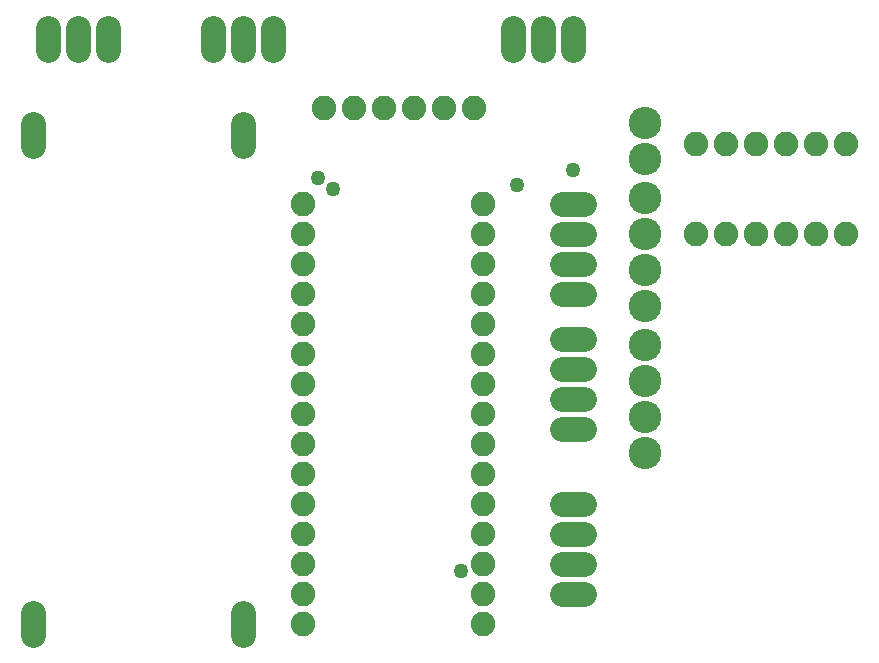
<source format=gbr>
G04 EAGLE Gerber RS-274X export*
G75*
%MOMM*%
%FSLAX34Y34*%
%LPD*%
%INSoldermask Bottom*%
%IPPOS*%
%AMOC8*
5,1,8,0,0,1.08239X$1,22.5*%
G01*
%ADD10C,2.743200*%
%ADD11C,2.082800*%
%ADD12C,2.082800*%
%ADD13C,1.270000*%


D10*
X568960Y462280D03*
X568960Y431800D03*
X568960Y398780D03*
X568960Y368300D03*
X568960Y337820D03*
X568960Y307340D03*
X568960Y274320D03*
X568960Y243840D03*
X568960Y213360D03*
X568960Y182880D03*
D11*
X279400Y393700D03*
X279400Y368300D03*
X279400Y342900D03*
X279400Y317500D03*
X279400Y292100D03*
X279400Y266700D03*
X279400Y241300D03*
X279400Y215900D03*
X279400Y190500D03*
X279400Y165100D03*
X279400Y139700D03*
X279400Y114300D03*
X279400Y88900D03*
X279400Y63500D03*
X279400Y38100D03*
X431800Y38100D03*
X431800Y63500D03*
X431800Y88900D03*
X431800Y114300D03*
X431800Y139700D03*
X431800Y165100D03*
X431800Y190500D03*
X431800Y215900D03*
X431800Y241300D03*
X431800Y266700D03*
X431800Y292100D03*
X431800Y317500D03*
X431800Y342900D03*
X431800Y368300D03*
X431800Y393700D03*
D12*
X498602Y63500D02*
X517398Y63500D01*
X517398Y88900D02*
X498602Y88900D01*
X498602Y114300D02*
X517398Y114300D01*
X517398Y139700D02*
X498602Y139700D01*
X498602Y203200D02*
X517398Y203200D01*
X517398Y228600D02*
X498602Y228600D01*
X498602Y254000D02*
X517398Y254000D01*
X517398Y279400D02*
X498602Y279400D01*
X498602Y317500D02*
X517398Y317500D01*
X517398Y342900D02*
X498602Y342900D01*
X498602Y368300D02*
X517398Y368300D01*
X517398Y393700D02*
X498602Y393700D01*
D11*
X424180Y474980D03*
X398780Y474980D03*
X373380Y474980D03*
X347980Y474980D03*
X322580Y474980D03*
X297180Y474980D03*
D12*
X228600Y461518D02*
X228600Y442722D01*
X228600Y47498D02*
X228600Y28702D01*
X50800Y442722D02*
X50800Y461518D01*
X50800Y47498D02*
X50800Y28702D01*
X114300Y524002D02*
X114300Y542798D01*
X254000Y542798D02*
X254000Y524002D01*
X508000Y524002D02*
X508000Y542798D01*
X88900Y542798D02*
X88900Y524002D01*
X228600Y524002D02*
X228600Y542798D01*
X482600Y542798D02*
X482600Y524002D01*
X457200Y524002D02*
X457200Y542798D01*
X203200Y542798D02*
X203200Y524002D01*
X63500Y524002D02*
X63500Y542798D01*
D11*
X612140Y444500D03*
X637540Y444500D03*
X662940Y444500D03*
X688340Y444500D03*
X713740Y444500D03*
X739140Y444500D03*
X612140Y368300D03*
X637540Y368300D03*
X662940Y368300D03*
X688340Y368300D03*
X713740Y368300D03*
X739140Y368300D03*
D13*
X292100Y415925D03*
X412750Y82550D03*
X304800Y406400D03*
X508000Y422275D03*
X460375Y409575D03*
M02*

</source>
